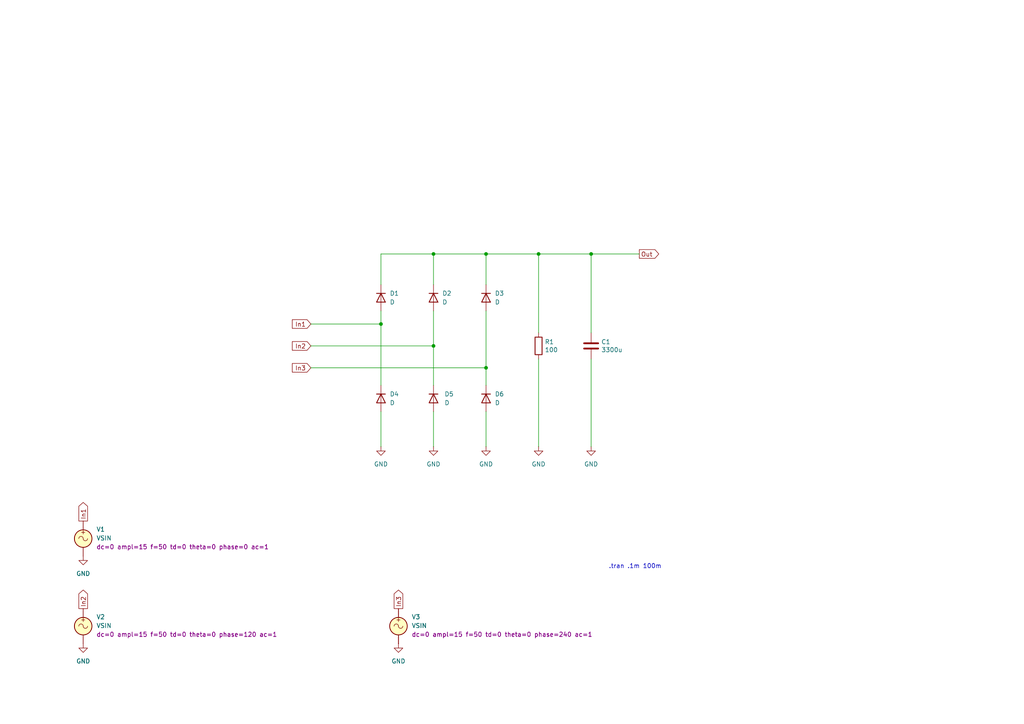
<source format=kicad_sch>
(kicad_sch (version 20231120) (generator "eeschema") (generator_version "8.0")
  (paper "A4")
  (title_block (title "Rectifier with 6 diodes (3-phase)") (date "2024-05-27") (rev "2") (company "GitHub/OJStuff"))
  (lib_symbols
    (symbol "Device:C" (pin_numbers hide) (pin_names (offset 0.254))
      (property "Reference" "C" (at 0.635 2.54 0))
      (property "Value" "C" (at 0.635 -2.54 0))
      (symbol "C_0_1"
        (polyline (pts (xy -2.032 -0.762) (xy 2.032 -0.762)) (stroke (width 0.508)))
        (polyline (pts (xy -2.032 0.762) (xy 2.032 0.762)) (stroke (width 0.508)))
      )
      (symbol "C_1_1"
        (pin passive line (at 0 3.81 270) (length 2.794) (name "~") (number "1"))
        (pin passive line (at 0 -3.81 90) (length 2.794) (name "~") (number "2"))
      )
    )
    (symbol "Device:D" (pin_numbers hide) (pin_names (offset 1.016) hide)
      (property "Reference" "D" (at 0 2.54 0))
      (property "Value" "D" (at 0 -2.54 0))
      (symbol "D_0_1"
        (polyline (pts (xy -1.27 1.27) (xy -1.27 -1.27)) (stroke (width 0.254)))
        (polyline (pts (xy 1.27 0) (xy -1.27 0)))
        (polyline (pts (xy 1.27 1.27) (xy 1.27 -1.27) (xy -1.27 0) (xy 1.27 1.27)) (stroke (width 0.254)))
      )
      (symbol "D_1_1"
        (pin passive line (at -3.81 0 0) (length 2.54) (name "K") (number "1"))
        (pin passive line (at 3.81 0 180) (length 2.54) (name "A") (number "2"))
      )
    )
    (symbol "Device:R" (pin_numbers hide) (pin_names (offset 0))
      (property "Reference" "R" (at 2.032 0 90))
      (property "Value" "R" (at 0 0 90))
      (symbol "R_0_1"
        (rectangle (start -1.016 -2.54) (end 1.016 2.54) (stroke (width 0.254)))
      )
      (symbol "R_1_1"
        (pin passive line (at 0 3.81 270) (length 1.27) (name "~") (number "1"))
        (pin passive line (at 0 -3.81 90) (length 1.27) (name "~") (number "2"))
      )
    )
    (symbol "GND_1" (power) (pin_numbers hide) (pin_names (offset 0) hide)
      (property "Value" "GND" (at 0 -3.81 0))
      (symbol "GND_1_0_1"
        (polyline (pts (xy 0 0) (xy 0 -1.27) (xy 1.27 -1.27) (xy 0 -2.54) (xy -1.27 -1.27) (xy 0 -1.27)))
      )
      (symbol "GND_1_1_1"
        (pin power_in line (at 0 0 270) (length 0) (name "~") (number "1"))
      )
    )
    (symbol "Simulation_SPICE:VSIN" (pin_numbers hide) (pin_names (offset 0.0254))
      (property "Reference" "V" (at 2.54 2.54 0))
      (property "Value" "VSIN" (at 2.54 0 0))
      (property "Sim.Params" "dc=0 ampl=1 f=1k ac=1" (at 2.54 -2.54 0))
      (symbol "VSIN_0_0"
        (arc (start 0 0) (mid -0.635 0.6323) (end -1.27 0))
        (arc (start 0 0) (mid 0.635 -0.6323) (end 1.27 0))
        (text "+" (at 0 1.905 0) (effects (font (size 1.27 1.27))))
      )
      (symbol "VSIN_0_1"
        (circle (center 0 0) (radius 2.54) (stroke (width 0.254)) (fill (type background)))
      )
      (symbol "VSIN_1_1"
        (pin passive line (at 0 5.08 270) (length 2.54) (name "~") (number "1"))
        (pin passive line (at 0 -5.08 90) (length 2.54) (name "~") (number "2"))
      )
    )
  )
  (junction (at 125.73 100.33))
  (junction (at 125.73 73.66))
  (junction (at 140.97 73.66))
  (junction (at 171.45 73.66))
  (junction (at 156.21 73.66))
  (junction (at 140.97 106.68))
  (junction (at 110.49 93.98))
  (wire (pts (xy 156.21 104.14) (xy 156.21 129.54)))
  (wire (pts (xy 140.97 119.38) (xy 140.97 129.54)))
  (wire (pts (xy 125.73 119.38) (xy 125.73 129.54)))
  (wire (pts (xy 110.49 93.98) (xy 110.49 111.76)))
  (wire (pts (xy 125.73 90.17) (xy 125.73 100.33)))
  (wire (pts (xy 171.45 104.14) (xy 171.45 129.54)))
  (wire (pts (xy 110.49 73.66) (xy 125.73 73.66)))
  (wire (pts (xy 90.17 106.68) (xy 140.97 106.68)))
  (wire (pts (xy 140.97 90.17) (xy 140.97 106.68)))
  (wire (pts (xy 156.21 73.66) (xy 156.21 96.52)))
  (wire (pts (xy 171.45 96.52) (xy 171.45 73.66)))
  (wire (pts (xy 110.49 119.38) (xy 110.49 129.54)))
  (wire (pts (xy 90.17 100.33) (xy 125.73 100.33)))
  (wire (pts (xy 110.49 90.17) (xy 110.49 93.98)))
  (wire (pts (xy 156.21 73.66) (xy 171.45 73.66)))
  (wire (pts (xy 125.73 73.66) (xy 140.97 73.66)))
  (wire (pts (xy 90.17 93.98) (xy 110.49 93.98)))
  (wire (pts (xy 125.73 100.33) (xy 125.73 111.76)))
  (wire (pts (xy 110.49 73.66) (xy 110.49 82.55)))
  (wire (pts (xy 185.42 73.66) (xy 171.45 73.66)))
  (wire (pts (xy 140.97 73.66) (xy 156.21 73.66)))
  (wire (pts (xy 125.73 73.66) (xy 125.73 82.55)))
  (wire (pts (xy 140.97 106.68) (xy 140.97 111.76)))
  (wire (pts (xy 140.97 73.66) (xy 140.97 82.55)))
  (text ".tran .1m 100m" (at 176.53 165.1 0) (effects (font (size 1.27 1.27)) (justify left bottom)))
  (global_label "In2" (shape output) (at 24.13 176.53 90) (property "Intersheetrefs" "${INTERSHEET_REFS}" (effects (hide yes))))
  (global_label "In1" (shape output) (at 24.13 151.13 90) (property "Intersheetrefs" "${INTERSHEET_REFS}" (effects (hide yes))))
  (global_label "In3" (shape input) (at 90.17 106.68 180) (property "Intersheetrefs" "${INTERSHEET_REFS}" (effects (hide yes))))
  (global_label "In2" (shape input) (at 90.17 100.33 180) (property "Intersheetrefs" "${INTERSHEET_REFS}" (effects (hide yes))))
  (global_label "Out" (shape output) (at 185.42 73.66 0) (property "Intersheetrefs" "${INTERSHEET_REFS}" (effects (hide yes))))
  (global_label "In1" (shape input) (at 90.17 93.98 180) (property "Intersheetrefs" "${INTERSHEET_REFS}" (effects (hide yes))))
  (global_label "In3" (shape output) (at 115.57 176.53 90) (property "Intersheetrefs" "${INTERSHEET_REFS}" (effects (hide yes))))
  (symbol (lib_name "GND_1") (lib_id "power:GND") (at 115.57 186.69 0) (unit 1)
    (property "Reference" "#PWR08" (effects (hide yes)))
    (property "Value" "GND" (at 115.57 191.77 0))
    (property "Description" "Power symbol creates a global label with name \"GND\" , ground" (effects (hide yes)))
  )
  (symbol (lib_name "GND_1") (lib_id "power:GND") (at 110.49 129.54 0) (unit 1)
    (property "Reference" "#PWR01" (effects (hide yes)))
    (property "Value" "GND" (at 110.49 134.62 0))
    (property "Description" "Power symbol creates a global label with name \"GND\" , ground" (effects (hide yes)))
  )
  (symbol (lib_name "GND_1") (lib_id "power:GND") (at 140.97 129.54 0) (unit 1)
    (property "Reference" "#PWR03" (effects (hide yes)))
    (property "Value" "GND" (at 140.97 134.62 0))
    (property "Description" "Power symbol creates a global label with name \"GND\" , ground" (effects (hide yes)))
  )
  (symbol (lib_name "GND_1") (lib_id "power:GND") (at 24.13 186.69 0) (unit 1)
    (property "Reference" "#PWR07" (effects (hide yes)))
    (property "Value" "GND" (at 24.13 191.77 0))
    (property "Description" "Power symbol creates a global label with name \"GND\" , ground" (effects (hide yes)))
  )
  (symbol (lib_name "GND_1") (lib_id "power:GND") (at 156.21 129.54 0) (unit 1)
    (property "Reference" "#PWR04" (effects (hide yes)))
    (property "Value" "GND" (at 156.21 134.62 0))
    (property "Description" "Power symbol creates a global label with name \"GND\" , ground" (effects (hide yes)))
  )
  (symbol (lib_id "Device:D") (at 110.49 115.57 270) (unit 1)
    (property "Reference" "D4" (at 113.03 114.3 90) (effects (justify left)))
    (property "Value" "D" (at 113.03 116.84 90) (effects (justify left)))
    (property "Sim.Device" "D" (effects (hide yes)))
    (property "Sim.Pins" "1=K 2=A" (effects (hide yes)))
  )
  (symbol (lib_name "GND_1") (lib_id "power:GND") (at 171.45 129.54 0) (unit 1)
    (property "Reference" "#PWR05" (effects (hide yes)))
    (property "Value" "GND" (at 171.45 134.62 0))
    (property "Description" "Power symbol creates a global label with name \"GND\" , ground" (effects (hide yes)))
  )
  (symbol (lib_id "Simulation_SPICE:VSIN") (at 24.13 181.61 0) (unit 1)
    (property "Reference" "V2" (at 27.94 178.9401 0) (effects (justify left)))
    (property "Value" "VSIN" (at 27.94 181.4801 0) (effects (justify left)))
    (property "Datasheet" "https://ngspice.sourceforge.io/docs/ngspice-html-manual/manual.xhtml#sec_Independent_Sources_for" (effects (hide yes)))
    (property "Description" "Voltage source, sinusoidal" (effects (hide yes)))
    (property "Sim.Pins" "1=+ 2=-" (effects (hide yes)))
    (property "Sim.Params" "dc=0 ampl=15 f=50 td=0 theta=0 phase=120 ac=1" (at 27.94 184.0201 0) (effects (justify left)))
    (property "Sim.Type" "SIN" (effects (hide yes)))
    (property "Sim.Device" "V" (effects (hide yes)))
  )
  (symbol (lib_id "Device:D") (at 140.97 115.57 270) (unit 1)
    (property "Reference" "D6" (at 143.51 114.3 90) (effects (justify left)))
    (property "Value" "D" (at 143.51 116.84 90) (effects (justify left)))
    (property "Sim.Device" "D" (effects (hide yes)))
    (property "Sim.Pins" "1=K 2=A" (effects (hide yes)))
  )
  (symbol (lib_id "Simulation_SPICE:VSIN") (at 115.57 181.61 0) (unit 1)
    (property "Reference" "V3" (at 119.38 178.9401 0) (effects (justify left)))
    (property "Value" "VSIN" (at 119.38 181.4801 0) (effects (justify left)))
    (property "Datasheet" "https://ngspice.sourceforge.io/docs/ngspice-html-manual/manual.xhtml#sec_Independent_Sources_for" (effects (hide yes)))
    (property "Description" "Voltage source, sinusoidal" (effects (hide yes)))
    (property "Sim.Pins" "1=+ 2=-" (effects (hide yes)))
    (property "Sim.Params" "dc=0 ampl=15 f=50 td=0 theta=0 phase=240 ac=1" (at 119.38 184.0201 0) (effects (justify left)))
    (property "Sim.Type" "SIN" (effects (hide yes)))
    (property "Sim.Device" "V" (effects (hide yes)))
  )
  (symbol (lib_id "Simulation_SPICE:VSIN") (at 24.13 156.21 0) (unit 1)
    (property "Reference" "V1" (at 27.94 153.5401 0) (effects (justify left)))
    (property "Value" "VSIN" (at 27.94 156.0801 0) (effects (justify left)))
    (property "Datasheet" "https://ngspice.sourceforge.io/docs/ngspice-html-manual/manual.xhtml#sec_Independent_Sources_for" (effects (hide yes)))
    (property "Description" "Voltage source, sinusoidal" (effects (hide yes)))
    (property "Sim.Pins" "1=+ 2=-" (effects (hide yes)))
    (property "Sim.Params" "dc=0 ampl=15 f=50 td=0 theta=0 phase=0 ac=1" (at 27.94 158.6201 0) (effects (justify left)))
    (property "Sim.Type" "SIN" (effects (hide yes)))
    (property "Sim.Device" "V" (effects (hide yes)))
  )
  (symbol (lib_name "GND_1") (lib_id "power:GND") (at 24.13 161.29 0) (unit 1)
    (property "Reference" "#PWR06" (effects (hide yes)))
    (property "Value" "GND" (at 24.13 166.37 0))
    (property "Description" "Power symbol creates a global label with name \"GND\" , ground" (effects (hide yes)))
  )
  (symbol (lib_id "Device:D") (at 125.73 86.36 270) (unit 1)
    (property "Reference" "D2" (at 128.27 85.09 90) (effects (justify left)))
    (property "Value" "D" (at 128.27 87.63 90) (effects (justify left)))
    (property "Sim.Device" "D" (effects (hide yes)))
    (property "Sim.Pins" "1=K 2=A" (effects (hide yes)))
  )
  (symbol (lib_id "Device:D") (at 110.49 86.36 270) (unit 1)
    (property "Reference" "D1" (at 113.03 85.09 90) (effects (justify left)))
    (property "Value" "D" (at 113.03 87.63 90) (effects (justify left)))
    (property "Sim.Device" "D" (effects (hide yes)))
    (property "Sim.Pins" "1=K 2=A" (effects (hide yes)))
  )
  (symbol (lib_id "Device:D") (at 125.73 115.57 270) (unit 1)
    (property "Reference" "D5" (at 128.905 114.3 90) (effects (justify left)))
    (property "Value" "D" (at 128.905 116.84 90) (effects (justify left)))
    (property "Sim.Device" "D" (effects (hide yes)))
    (property "Sim.Pins" "1=K 2=A" (effects (hide yes)))
  )
  (symbol (lib_id "Device:D") (at 140.97 86.36 270) (unit 1)
    (property "Reference" "D3" (at 143.51 85.09 90) (effects (justify left)))
    (property "Value" "D" (at 143.51 87.63 90) (effects (justify left)))
    (property "Sim.Device" "D" (effects (hide yes)))
    (property "Sim.Pins" "1=K 2=A" (effects (hide yes)))
  )
  (symbol (lib_name "GND_1") (lib_id "power:GND") (at 125.73 129.54 0) (unit 1)
    (property "Reference" "#PWR02" (effects (hide yes)))
    (property "Value" "GND" (at 125.73 134.62 0))
    (property "Description" "Power symbol creates a global label with name \"GND\" , ground" (effects (hide yes)))
  )
  (symbol (lib_id "Device:R") (at 156.21 100.33 0) (unit 1)
    (property "Reference" "R1" (at 157.988 99.1616 0) (effects (justify left)))
    (property "Value" "100" (at 157.988 101.473 0) (effects (justify left)))
  )
  (symbol (lib_id "Device:C") (at 171.45 100.33 0) (unit 1)
    (property "Reference" "C1" (at 174.371 99.1616 0) (effects (justify left)))
    (property "Value" "3300u" (at 174.371 101.473 0) (effects (justify left)))
  )
)
</source>
